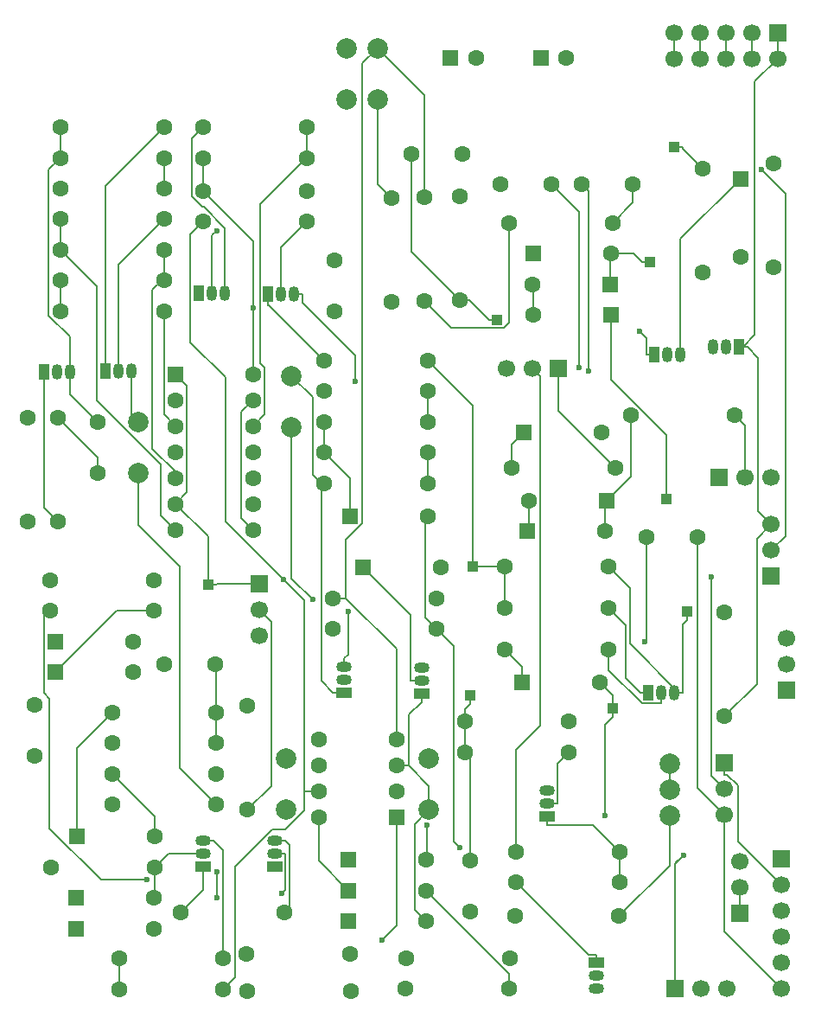
<source format=gbr>
%TF.GenerationSoftware,KiCad,Pcbnew,9.0.5*%
%TF.CreationDate,2025-10-12T14:47:24+02:00*%
%TF.ProjectId,11_fm_drum,31315f66-6d5f-4647-9275-6d2e6b696361,rev?*%
%TF.SameCoordinates,Original*%
%TF.FileFunction,Copper,L1,Top*%
%TF.FilePolarity,Positive*%
%FSLAX46Y46*%
G04 Gerber Fmt 4.6, Leading zero omitted, Abs format (unit mm)*
G04 Created by KiCad (PCBNEW 9.0.5) date 2025-10-12 14:47:24*
%MOMM*%
%LPD*%
G01*
G04 APERTURE LIST*
G04 Aperture macros list*
%AMRoundRect*
0 Rectangle with rounded corners*
0 $1 Rounding radius*
0 $2 $3 $4 $5 $6 $7 $8 $9 X,Y pos of 4 corners*
0 Add a 4 corners polygon primitive as box body*
4,1,4,$2,$3,$4,$5,$6,$7,$8,$9,$2,$3,0*
0 Add four circle primitives for the rounded corners*
1,1,$1+$1,$2,$3*
1,1,$1+$1,$4,$5*
1,1,$1+$1,$6,$7*
1,1,$1+$1,$8,$9*
0 Add four rect primitives between the rounded corners*
20,1,$1+$1,$2,$3,$4,$5,0*
20,1,$1+$1,$4,$5,$6,$7,0*
20,1,$1+$1,$6,$7,$8,$9,0*
20,1,$1+$1,$8,$9,$2,$3,0*%
G04 Aperture macros list end*
%TA.AperFunction,ComponentPad*%
%ADD10C,1.600000*%
%TD*%
%TA.AperFunction,ComponentPad*%
%ADD11O,1.500000X1.050000*%
%TD*%
%TA.AperFunction,ComponentPad*%
%ADD12R,1.500000X1.050000*%
%TD*%
%TA.AperFunction,ComponentPad*%
%ADD13RoundRect,0.250000X-0.550000X-0.550000X0.550000X-0.550000X0.550000X0.550000X-0.550000X0.550000X0*%
%TD*%
%TA.AperFunction,ComponentPad*%
%ADD14C,1.700000*%
%TD*%
%TA.AperFunction,ComponentPad*%
%ADD15R,1.700000X1.700000*%
%TD*%
%TA.AperFunction,SMDPad,CuDef*%
%ADD16R,1.000000X1.000000*%
%TD*%
%TA.AperFunction,ComponentPad*%
%ADD17O,1.050000X1.500000*%
%TD*%
%TA.AperFunction,ComponentPad*%
%ADD18R,1.050000X1.500000*%
%TD*%
%TA.AperFunction,ComponentPad*%
%ADD19C,2.000000*%
%TD*%
%TA.AperFunction,ComponentPad*%
%ADD20RoundRect,0.250000X0.550000X0.550000X-0.550000X0.550000X-0.550000X-0.550000X0.550000X-0.550000X0*%
%TD*%
%TA.AperFunction,ComponentPad*%
%ADD21RoundRect,0.250000X-0.550000X0.550000X-0.550000X-0.550000X0.550000X-0.550000X0.550000X0.550000X0*%
%TD*%
%TA.AperFunction,ViaPad*%
%ADD22C,0.600000*%
%TD*%
%TA.AperFunction,Conductor*%
%ADD23C,0.200000*%
%TD*%
G04 APERTURE END LIST*
D10*
%TO.P,C14,1*%
%TO.N,Net-(Q9-B)*%
X177040000Y-38360000D03*
%TO.P,C14,2*%
%TO.N,Net-(C12-Pad1)*%
X182040000Y-38360000D03*
%TD*%
%TO.P,C12,1*%
%TO.N,Net-(C12-Pad1)*%
X165350000Y-35360000D03*
%TO.P,C12,2*%
%TO.N,Net-(Q7-C)*%
X160350000Y-35360000D03*
%TD*%
D11*
%TO.P,Q1,3,E*%
%TO.N,Net-(Q1-E)*%
X139918000Y-102616000D03*
%TO.P,Q1,2,B*%
%TO.N,Net-(D3-A)*%
X139918000Y-103886000D03*
D12*
%TO.P,Q1,1,C*%
%TO.N,GND*%
X139918000Y-105156000D03*
%TD*%
D10*
%TO.P,C2,2*%
%TO.N,GND*%
X166678600Y-26000000D03*
D13*
%TO.P,C2,1*%
%TO.N,+12V*%
X164178600Y-26000000D03*
%TD*%
D10*
%TO.P,R29,2*%
%TO.N,Net-(U2B-+)*%
X136080000Y-47750000D03*
%TO.P,R29,1*%
%TO.N,GND*%
X125920000Y-47750000D03*
%TD*%
%TO.P,C1,1*%
%TO.N,gate in*%
X123412000Y-94290000D03*
%TO.P,C1,2*%
%TO.N,Net-(D2-K)*%
X123412000Y-89290000D03*
%TD*%
%TO.P,R21,2*%
%TO.N,Net-(Q7-B)*%
X195800000Y-46445000D03*
%TO.P,R21,1*%
%TO.N,Net-(D13-A)*%
X195800000Y-36285000D03*
%TD*%
%TO.P,R41,2*%
%TO.N,Net-(U2C-+)*%
X161925000Y-67595000D03*
%TO.P,R41,1*%
%TO.N,GND*%
X151765000Y-67595000D03*
%TD*%
D14*
%TO.P,RV1,3,3*%
%TO.N,GND*%
X191008000Y-100076000D03*
%TO.P,RV1,2,2*%
%TO.N,Net-(D7-A)*%
X191008000Y-97536000D03*
D15*
%TO.P,RV1,1,1*%
%TO.N,tune cv*%
X191008000Y-94996000D03*
%TD*%
D11*
%TO.P,Q13,3,E*%
%TO.N,Net-(Q13-E)*%
X178456000Y-117094000D03*
%TO.P,Q13,2,B*%
%TO.N,Net-(D17-A)*%
X178456000Y-115824000D03*
D12*
%TO.P,Q13,1,C*%
%TO.N,GND*%
X178456000Y-114554000D03*
%TD*%
D16*
%TO.P,TP4,1,1*%
%TO.N,triangle 2*%
X166306700Y-75718100D03*
%TD*%
D13*
%TO.P,D1,1,K*%
%TO.N,Net-(D1-K)*%
X125476000Y-83106000D03*
D10*
%TO.P,D1,2,A*%
%TO.N,Net-(D1-A)*%
X133096000Y-83106000D03*
%TD*%
%TO.P,R33,2*%
%TO.N,tune 2*%
X144272000Y-89408000D03*
%TO.P,R33,1*%
%TO.N,Net-(SW1-B)*%
X144272000Y-99568000D03*
%TD*%
%TO.P,R50,2*%
%TO.N,square 2*%
X139920000Y-35750000D03*
%TO.P,R50,1*%
%TO.N,Net-(U2D-+)*%
X150080000Y-35750000D03*
%TD*%
D17*
%TO.P,Q6,3,E*%
%TO.N,GND*%
X132875000Y-56610000D03*
%TO.P,Q6,2,B*%
%TO.N,Net-(Q6-B)*%
X131605000Y-56610000D03*
D18*
%TO.P,Q6,1,C*%
%TO.N,Net-(Q6-C)*%
X130335000Y-56610000D03*
%TD*%
D14*
%TO.P,RV7,3,3*%
%TO.N,Net-(R49-Pad2)*%
X191262000Y-117094000D03*
%TO.P,RV7,2,2*%
X188722000Y-117094000D03*
D15*
%TO.P,RV7,1,1*%
%TO.N,Net-(D16-K)*%
X186182000Y-117094000D03*
%TD*%
D10*
%TO.P,D4,2,A*%
%TO.N,GND*%
X135122000Y-111188000D03*
D13*
%TO.P,D4,1,K*%
%TO.N,Net-(D3-A)*%
X127502000Y-111188000D03*
%TD*%
D10*
%TO.P,C17,2*%
%TO.N,Net-(Q11-E)*%
X152830000Y-45750000D03*
%TO.P,C17,1*%
%TO.N,triangle 2*%
X152830000Y-50750000D03*
%TD*%
%TO.P,R6,2*%
%TO.N,Net-(D3-A)*%
X135202000Y-105188000D03*
%TO.P,R6,1*%
%TO.N,accent cv*%
X125042000Y-105188000D03*
%TD*%
D17*
%TO.P,Q11,3,E*%
%TO.N,Net-(Q11-E)*%
X148850000Y-49110000D03*
%TO.P,Q11,2,B*%
%TO.N,Net-(Q11-B)*%
X147580000Y-49110000D03*
D18*
%TO.P,Q11,1,C*%
%TO.N,Net-(Q11-C)*%
X146310000Y-49110000D03*
%TD*%
D19*
%TO.P,C8,2*%
%TO.N,-12V*%
X148595000Y-62095000D03*
%TO.P,C8,1*%
%TO.N,GND*%
X148595000Y-57095000D03*
%TD*%
D10*
%TO.P,R10,2*%
%TO.N,Net-(Q2-B)*%
X131726000Y-114140000D03*
%TO.P,R10,1*%
%TO.N,Net-(Q1-E)*%
X141886000Y-114140000D03*
%TD*%
%TO.P,C4,2*%
%TO.N,GND*%
X141149200Y-85321000D03*
%TO.P,C4,1*%
%TO.N,Net-(D1-K)*%
X136149200Y-85321000D03*
%TD*%
%TO.P,R7,2*%
%TO.N,Net-(R7-Pad2)*%
X192024000Y-60960000D03*
%TO.P,R7,1*%
%TO.N,GND*%
X181864000Y-60960000D03*
%TD*%
%TO.P,R44,2*%
%TO.N,square 2*%
X139920000Y-39000000D03*
%TO.P,R44,1*%
%TO.N,Net-(Q10-B)*%
X150080000Y-39000000D03*
%TD*%
D16*
%TO.P,TP9,1,1*%
%TO.N,Net-(Q7-C)*%
X168750600Y-51593900D03*
%TD*%
D19*
%TO.P,C10,2*%
%TO.N,-12V*%
X162052000Y-94528000D03*
%TO.P,C10,1*%
%TO.N,GND*%
X162052000Y-99528000D03*
%TD*%
D10*
%TO.P,R22,2*%
%TO.N,Net-(Q8-E)*%
X125920000Y-32750000D03*
%TO.P,R22,1*%
%TO.N,Net-(Q6-C)*%
X136080000Y-32750000D03*
%TD*%
%TO.P,R37,2*%
%TO.N,Net-(Q12-C)*%
X180768000Y-103662000D03*
%TO.P,R37,1*%
%TO.N,Net-(SW2-B)*%
X170608000Y-103662000D03*
%TD*%
%TO.P,R3,1*%
%TO.N,trigger*%
X135096000Y-77106000D03*
%TO.P,R3,2*%
%TO.N,Net-(D1-A)*%
X124936000Y-77106000D03*
%TD*%
%TO.P,C11,2*%
%TO.N,GND*%
X188355000Y-72860000D03*
%TO.P,C11,1*%
%TO.N,Net-(D6-K)*%
X183355000Y-72860000D03*
%TD*%
%TO.P,R18,2*%
%TO.N,tune 2*%
X162765000Y-81840000D03*
%TO.P,R18,1*%
%TO.N,Net-(R18-Pad1)*%
X152605000Y-81840000D03*
%TD*%
%TO.P,C15,2*%
%TO.N,Net-(Q9-E)*%
X174040000Y-38360000D03*
%TO.P,C15,1*%
%TO.N,Net-(C15-Pad1)*%
X169040000Y-38360000D03*
%TD*%
D16*
%TO.P,TP7,1,1*%
%TO.N,Net-(D16-K)*%
X166116000Y-88392000D03*
%TD*%
D10*
%TO.P,R42,2*%
%TO.N,Net-(Q12-B)*%
X175768000Y-93932000D03*
%TO.P,R42,1*%
%TO.N,Net-(D16-K)*%
X165608000Y-93932000D03*
%TD*%
%TO.P,R34,2*%
%TO.N,pulse*%
X188850000Y-46940000D03*
%TO.P,R34,1*%
%TO.N,Net-(C15-Pad1)*%
X188850000Y-36780000D03*
%TD*%
%TO.P,R39,2*%
%TO.N,Net-(Q11-B)*%
X150080000Y-42000000D03*
%TO.P,R39,1*%
%TO.N,trigger*%
X139920000Y-42000000D03*
%TD*%
%TO.P,R43,2*%
%TO.N,Net-(D17-A)*%
X169926000Y-117094000D03*
%TO.P,R43,1*%
%TO.N,decay cv*%
X159766000Y-117094000D03*
%TD*%
%TO.P,C3,2*%
%TO.N,-12V*%
X175500000Y-26000000D03*
D13*
%TO.P,C3,1*%
%TO.N,GND*%
X173000000Y-26000000D03*
%TD*%
D10*
%TO.P,D2,2,A*%
%TO.N,GND*%
X135202000Y-102188000D03*
D13*
%TO.P,D2,1,K*%
%TO.N,Net-(D2-K)*%
X127582000Y-102188000D03*
%TD*%
D10*
%TO.P,D7,2,A*%
%TO.N,Net-(D7-A)*%
X163225000Y-75840000D03*
D13*
%TO.P,D7,1,K*%
%TO.N,Net-(D7-K)*%
X155605000Y-75840000D03*
%TD*%
D10*
%TO.P,R4,2*%
%TO.N,Net-(D2-K)*%
X131064000Y-90060000D03*
%TO.P,R4,1*%
%TO.N,GND*%
X141224000Y-90060000D03*
%TD*%
%TO.P,R13,2*%
%TO.N,Net-(Q4-C)*%
X179605000Y-79810000D03*
%TO.P,R13,1*%
%TO.N,triangle 2*%
X169445000Y-79810000D03*
%TD*%
%TO.P,R31,2*%
%TO.N,Net-(Q9-E)*%
X161600000Y-49770000D03*
%TO.P,R31,1*%
%TO.N,-12V*%
X161600000Y-39610000D03*
%TD*%
%TO.P,R52,2*%
%TO.N,out*%
X154352000Y-113696000D03*
%TO.P,R52,1*%
%TO.N,Net-(R48-Pad2)*%
X144192000Y-113696000D03*
%TD*%
D14*
%TO.P,SW2,3,C*%
%TO.N,pulse*%
X169672000Y-56388000D03*
%TO.P,SW2,2,B*%
%TO.N,Net-(SW2-B)*%
X172212000Y-56388000D03*
D15*
%TO.P,SW2,1,A*%
%TO.N,sine*%
X174752000Y-56388000D03*
%TD*%
D10*
%TO.P,D3,2,A*%
%TO.N,Net-(D3-A)*%
X135122000Y-108188000D03*
D13*
%TO.P,D3,1,K*%
%TO.N,+12V*%
X127502000Y-108188000D03*
%TD*%
D10*
%TO.P,R11,2*%
%TO.N,accented trigger*%
X147902000Y-109616000D03*
%TO.P,R11,1*%
%TO.N,GND*%
X137742000Y-109616000D03*
%TD*%
D19*
%TO.P,C9,2*%
%TO.N,GND*%
X148052000Y-94528000D03*
%TO.P,C9,1*%
%TO.N,+12V*%
X148052000Y-99528000D03*
%TD*%
D10*
%TO.P,R28,2*%
%TO.N,Net-(C12-Pad1)*%
X180040000Y-42110000D03*
%TO.P,R28,1*%
%TO.N,Net-(Q9-E)*%
X169880000Y-42110000D03*
%TD*%
%TO.P,R9,1*%
%TO.N,Net-(D5-K)*%
X135096000Y-80106000D03*
%TO.P,R9,2*%
%TO.N,Net-(R9-Pad2)*%
X124936000Y-80106000D03*
%TD*%
D11*
%TO.P,Q12,3,E*%
%TO.N,Net-(Q12-E)*%
X173608000Y-97662000D03*
%TO.P,Q12,2,B*%
%TO.N,Net-(Q12-B)*%
X173608000Y-98932000D03*
D12*
%TO.P,Q12,1,C*%
%TO.N,Net-(Q12-C)*%
X173608000Y-100202000D03*
%TD*%
D10*
%TO.P,D15,2,A*%
%TO.N,tune 2*%
X161905000Y-70845000D03*
D13*
%TO.P,D15,1,K*%
%TO.N,Net-(D15-K)*%
X154285000Y-70845000D03*
%TD*%
D17*
%TO.P,Q7,3,E*%
%TO.N,Net-(D11-K)*%
X186690000Y-54970000D03*
%TO.P,Q7,2,B*%
%TO.N,Net-(Q7-B)*%
X185420000Y-54970000D03*
D18*
%TO.P,Q7,1,C*%
%TO.N,Net-(Q7-C)*%
X184150000Y-54970000D03*
%TD*%
D10*
%TO.P,R5,2*%
%TO.N,+12V*%
X141224000Y-99060000D03*
%TO.P,R5,1*%
%TO.N,Net-(U1B--)*%
X131064000Y-99060000D03*
%TD*%
%TO.P,D6,2,A*%
%TO.N,accented trigger*%
X178775000Y-87060000D03*
D13*
%TO.P,D6,1,K*%
%TO.N,Net-(D6-K)*%
X171155000Y-87060000D03*
%TD*%
D10*
%TO.P,R49,2*%
%TO.N,Net-(R49-Pad2)*%
X170006000Y-114094000D03*
%TO.P,R49,1*%
%TO.N,Net-(Q13-E)*%
X159846000Y-114094000D03*
%TD*%
%TO.P,D16,2,A*%
%TO.N,accented trigger*%
X161801000Y-104486000D03*
D13*
%TO.P,D16,1,K*%
%TO.N,Net-(D16-K)*%
X154181000Y-104486000D03*
%TD*%
D10*
%TO.P,R48,2*%
%TO.N,Net-(R48-Pad2)*%
X170528000Y-109932000D03*
%TO.P,R48,1*%
%TO.N,Net-(Q12-E)*%
X180688000Y-109932000D03*
%TD*%
%TO.P,R32,2*%
%TO.N,square 1*%
X125920000Y-44750000D03*
%TO.P,R32,1*%
%TO.N,Net-(U2B-+)*%
X136080000Y-44750000D03*
%TD*%
%TO.P,R30,2*%
%TO.N,Net-(Q9-B)*%
X158350000Y-49860000D03*
%TO.P,R30,1*%
%TO.N,GND*%
X158350000Y-39700000D03*
%TD*%
%TO.P,D10,2,A*%
%TO.N,GND*%
X179335000Y-72310000D03*
D13*
%TO.P,D10,1,K*%
%TO.N,sine*%
X171715000Y-72310000D03*
%TD*%
D10*
%TO.P,R2,2*%
%TO.N,Net-(U1B--)*%
X141224000Y-96060000D03*
%TO.P,R2,1*%
%TO.N,GND*%
X131064000Y-96060000D03*
%TD*%
%TO.P,D18,2,A*%
%TO.N,GND*%
X161801000Y-110486000D03*
D13*
%TO.P,D18,1,K*%
%TO.N,Net-(D17-A)*%
X154181000Y-110486000D03*
%TD*%
D16*
%TO.P,TP8,1,1*%
%TO.N,square 2*%
X185335000Y-69180000D03*
%TD*%
D10*
%TO.P,R17,2*%
%TO.N,Net-(R17-Pad2)*%
X191008000Y-80264000D03*
%TO.P,R17,1*%
%TO.N,+12V*%
X191008000Y-90424000D03*
%TD*%
%TO.P,R35,2*%
%TO.N,Net-(Q11-E)*%
X161925000Y-61595000D03*
%TO.P,R35,1*%
%TO.N,Net-(D15-K)*%
X151765000Y-61595000D03*
%TD*%
%TO.P,D9,2,A*%
%TO.N,sine*%
X171835000Y-69310000D03*
D20*
%TO.P,D9,1,K*%
%TO.N,GND*%
X179455000Y-69310000D03*
%TD*%
D16*
%TO.P,TP10,1,1*%
%TO.N,accented trigger*%
X180090100Y-89659300D03*
%TD*%
D14*
%TO.P,RV2,3,3*%
%TO.N,tune 2*%
X192532000Y-104648000D03*
%TO.P,RV2,2,2*%
%TO.N,Net-(R9-Pad2)*%
X192532000Y-107188000D03*
D15*
%TO.P,RV2,1,1*%
X192532000Y-109728000D03*
%TD*%
D13*
%TO.P,D5,1,K*%
%TO.N,Net-(D5-K)*%
X125476000Y-86106000D03*
D10*
%TO.P,D5,2,A*%
%TO.N,Net-(D1-K)*%
X133096000Y-86106000D03*
%TD*%
D11*
%TO.P,Q5,3,E*%
%TO.N,Net-(Q5-E)*%
X161335000Y-85640000D03*
%TO.P,Q5,2,B*%
%TO.N,Net-(D7-K)*%
X161335000Y-86910000D03*
D12*
%TO.P,Q5,1,C*%
%TO.N,GND*%
X161335000Y-88180000D03*
%TD*%
D10*
%TO.P,R1,2*%
%TO.N,gate in*%
X131064000Y-93060000D03*
%TO.P,R1,1*%
%TO.N,GND*%
X141224000Y-93060000D03*
%TD*%
D11*
%TO.P,Q2,3,E*%
%TO.N,accented trigger*%
X146918000Y-102616000D03*
%TO.P,Q2,2,B*%
%TO.N,Net-(Q2-B)*%
X146918000Y-103886000D03*
D12*
%TO.P,Q2,1,C*%
%TO.N,+12V*%
X146918000Y-105156000D03*
%TD*%
D17*
%TO.P,Q9,3,E*%
%TO.N,Net-(Q9-E)*%
X189865000Y-54250000D03*
%TO.P,Q9,2,B*%
%TO.N,Net-(Q9-B)*%
X191135000Y-54250000D03*
D18*
%TO.P,Q9,1,C*%
%TO.N,+12V*%
X192405000Y-54250000D03*
%TD*%
D10*
%TO.P,R47,2*%
%TO.N,Net-(U2D-+)*%
X150080000Y-32750000D03*
%TO.P,R47,1*%
%TO.N,GND*%
X139920000Y-32750000D03*
%TD*%
%TO.P,R23,2*%
%TO.N,Net-(Q8-B)*%
X122730000Y-61214000D03*
%TO.P,R23,1*%
%TO.N,trigger*%
X122730000Y-71374000D03*
%TD*%
%TO.P,R8,2*%
%TO.N,Net-(Q2-B)*%
X131726000Y-117140000D03*
%TO.P,R8,1*%
%TO.N,trigger*%
X141886000Y-117140000D03*
%TD*%
D14*
%TO.P,RV3,3,3*%
%TO.N,Net-(R7-Pad2)*%
X195580000Y-67056000D03*
%TO.P,RV3,2,2*%
X193040000Y-67056000D03*
D15*
%TO.P,RV3,1,1*%
%TO.N,Net-(D1-K)*%
X190500000Y-67056000D03*
%TD*%
D14*
%TO.P,RV4,3,3*%
%TO.N,+12V*%
X195580000Y-71628000D03*
%TO.P,RV4,2,2*%
%TO.N,tune 1*%
X195580000Y-74168000D03*
D15*
%TO.P,RV4,1,1*%
%TO.N,Net-(Q3-E)*%
X195580000Y-76708000D03*
%TD*%
D10*
%TO.P,C13,2*%
%TO.N,Net-(Q8-E)*%
X129605000Y-61610000D03*
%TO.P,C13,1*%
%TO.N,Net-(SW1-A)*%
X129605000Y-66610000D03*
%TD*%
%TO.P,R20,2*%
%TO.N,Net-(U2A-+)*%
X125920000Y-38750000D03*
%TO.P,R20,1*%
%TO.N,tune 1*%
X136080000Y-38750000D03*
%TD*%
D16*
%TO.P,TP5,1,1*%
%TO.N,sine*%
X187335000Y-80180000D03*
%TD*%
D10*
%TO.P,C16,2*%
%TO.N,GND*%
X166119000Y-109526000D03*
%TO.P,C16,1*%
%TO.N,Net-(D16-K)*%
X166119000Y-104526000D03*
%TD*%
D11*
%TO.P,Q3,3,E*%
%TO.N,Net-(Q3-E)*%
X153715000Y-85590000D03*
%TO.P,Q3,2,B*%
%TO.N,Net-(D7-K)*%
X153715000Y-86860000D03*
D12*
%TO.P,Q3,1,C*%
%TO.N,GND*%
X153715000Y-88130000D03*
%TD*%
D10*
%TO.P,U2,14*%
%TO.N,square 2*%
X144855000Y-56910000D03*
%TO.P,U2,13,-*%
%TO.N,triangle 2*%
X144855000Y-59450000D03*
%TO.P,U2,12,+*%
%TO.N,Net-(U2D-+)*%
X144855000Y-61990000D03*
%TO.P,U2,11,V-*%
%TO.N,-12V*%
X144855000Y-64530000D03*
%TO.P,U2,10,+*%
%TO.N,Net-(U2C-+)*%
X144855000Y-67070000D03*
%TO.P,U2,9,-*%
%TO.N,Net-(Q11-E)*%
X144855000Y-69610000D03*
%TO.P,U2,8*%
%TO.N,triangle 2*%
X144855000Y-72150000D03*
%TO.P,U2,7*%
%TO.N,square 1*%
X137235000Y-72150000D03*
%TO.P,U2,6,-*%
%TO.N,Net-(SW1-A)*%
X137235000Y-69610000D03*
%TO.P,U2,5,+*%
%TO.N,Net-(U2B-+)*%
X137235000Y-67070000D03*
%TO.P,U2,4,V+*%
%TO.N,+12V*%
X137235000Y-64530000D03*
%TO.P,U2,3,+*%
%TO.N,Net-(U2A-+)*%
X137235000Y-61990000D03*
%TO.P,U2,2,-*%
%TO.N,Net-(Q8-E)*%
X137235000Y-59450000D03*
D13*
%TO.P,U2,1*%
%TO.N,Net-(SW1-A)*%
X137235000Y-56910000D03*
%TD*%
D10*
%TO.P,R27,2*%
%TO.N,Net-(SW1-A)*%
X125730000Y-61214000D03*
%TO.P,R27,1*%
%TO.N,Net-(Q8-C)*%
X125730000Y-71374000D03*
%TD*%
%TO.P,R25,2*%
%TO.N,Net-(Q7-C)*%
X165100000Y-49690000D03*
%TO.P,R25,1*%
%TO.N,-12V*%
X165100000Y-39530000D03*
%TD*%
D17*
%TO.P,Q8,3,E*%
%TO.N,Net-(Q8-E)*%
X126855000Y-56720000D03*
%TO.P,Q8,2,B*%
%TO.N,Net-(Q8-B)*%
X125585000Y-56720000D03*
D18*
%TO.P,Q8,1,C*%
%TO.N,Net-(Q8-C)*%
X124315000Y-56720000D03*
%TD*%
D10*
%TO.P,R26,2*%
%TO.N,square 1*%
X125920000Y-41750000D03*
%TO.P,R26,1*%
%TO.N,Net-(Q6-B)*%
X136080000Y-41750000D03*
%TD*%
%TO.P,U1,8,V+*%
%TO.N,+12V*%
X151242000Y-100338000D03*
%TO.P,U1,7*%
%TO.N,trigger*%
X151242000Y-97798000D03*
%TO.P,U1,6,-*%
%TO.N,Net-(U1B--)*%
X151242000Y-95258000D03*
%TO.P,U1,5,+*%
%TO.N,Net-(D2-K)*%
X151242000Y-92718000D03*
%TO.P,U1,4,V-*%
%TO.N,-12V*%
X158862000Y-92718000D03*
%TO.P,U1,3,+*%
%TO.N,GND*%
X158862000Y-95258000D03*
%TO.P,U1,2,-*%
%TO.N,Net-(Q12-E)*%
X158862000Y-97798000D03*
D20*
%TO.P,U1,1*%
%TO.N,Net-(R48-Pad2)*%
X158862000Y-100338000D03*
%TD*%
D10*
%TO.P,R12,2*%
%TO.N,sine*%
X179605000Y-75760000D03*
%TO.P,R12,1*%
%TO.N,triangle 2*%
X169445000Y-75760000D03*
%TD*%
D19*
%TO.P,C5,2*%
%TO.N,GND*%
X154000000Y-30000000D03*
%TO.P,C5,1*%
%TO.N,+12V*%
X154000000Y-25000000D03*
%TD*%
D10*
%TO.P,R15,2*%
%TO.N,Net-(D7-K)*%
X162765000Y-78840000D03*
%TO.P,R15,1*%
%TO.N,-12V*%
X152605000Y-78840000D03*
%TD*%
%TO.P,D11,2,A*%
%TO.N,square 1*%
X179850000Y-45110000D03*
D13*
%TO.P,D11,1,K*%
%TO.N,Net-(D11-K)*%
X172230000Y-45110000D03*
%TD*%
D14*
%TO.P,RV5,3,3*%
%TO.N,Net-(R17-Pad2)*%
X197104000Y-82804000D03*
%TO.P,RV5,2,2*%
%TO.N,Net-(R18-Pad1)*%
X197104000Y-85344000D03*
D15*
%TO.P,RV5,1,1*%
%TO.N,Net-(Q5-E)*%
X197104000Y-87884000D03*
%TD*%
D10*
%TO.P,D8,2,A*%
%TO.N,trigger*%
X178915000Y-62610000D03*
D13*
%TO.P,D8,1,K*%
%TO.N,Net-(D8-K)*%
X171295000Y-62610000D03*
%TD*%
D16*
%TO.P,TP3,1,1*%
%TO.N,square 1*%
X183734100Y-45927300D03*
%TD*%
D17*
%TO.P,Q10,3,E*%
%TO.N,GND*%
X142080000Y-49000000D03*
%TO.P,Q10,2,B*%
%TO.N,Net-(Q10-B)*%
X140810000Y-49000000D03*
D18*
%TO.P,Q10,1,C*%
%TO.N,Net-(Q10-C)*%
X139540000Y-49000000D03*
%TD*%
D10*
%TO.P,D13,2,A*%
%TO.N,Net-(D13-A)*%
X172170000Y-48110000D03*
D20*
%TO.P,D13,1,K*%
%TO.N,square 1*%
X179790000Y-48110000D03*
%TD*%
D17*
%TO.P,Q4,3,E*%
%TO.N,sine*%
X186105000Y-88110000D03*
%TO.P,Q4,2,B*%
%TO.N,Net-(Q4-B)*%
X184835000Y-88110000D03*
D18*
%TO.P,Q4,1,C*%
%TO.N,Net-(Q4-C)*%
X183565000Y-88110000D03*
%TD*%
D16*
%TO.P,TP6,1,1*%
%TO.N,Net-(C15-Pad1)*%
X186080000Y-34680000D03*
%TD*%
D14*
%TO.P,J1,10,Pin_10*%
%TO.N,-12V*%
X186055000Y-26035000D03*
%TO.P,J1,9,Pin_9*%
X186055000Y-23495000D03*
%TO.P,J1,8,Pin_8*%
%TO.N,GND*%
X188595000Y-26035000D03*
%TO.P,J1,7,Pin_7*%
X188595000Y-23495000D03*
%TO.P,J1,6,Pin_6*%
X191135000Y-26035000D03*
%TO.P,J1,5,Pin_5*%
X191135000Y-23495000D03*
%TO.P,J1,4,Pin_4*%
X193675000Y-26035000D03*
%TO.P,J1,3,Pin_3*%
X193675000Y-23495000D03*
%TO.P,J1,2,Pin_2*%
%TO.N,+12V*%
X196215000Y-26035000D03*
D15*
%TO.P,J1,1,Pin_1*%
X196215000Y-23495000D03*
%TD*%
D10*
%TO.P,R51,2*%
%TO.N,Net-(R49-Pad2)*%
X154432000Y-117348000D03*
%TO.P,R51,1*%
%TO.N,GND*%
X144272000Y-117348000D03*
%TD*%
%TO.P,R14,2*%
%TO.N,Net-(Q4-B)*%
X179605000Y-83860000D03*
%TO.P,R14,1*%
%TO.N,Net-(D6-K)*%
X169445000Y-83860000D03*
%TD*%
%TO.P,D14,2,A*%
%TO.N,Net-(D13-A)*%
X172290000Y-51110000D03*
D20*
%TO.P,D14,1,K*%
%TO.N,square 2*%
X179910000Y-51110000D03*
%TD*%
D19*
%TO.P,C6,2*%
%TO.N,-12V*%
X157000000Y-25000000D03*
%TO.P,C6,1*%
%TO.N,GND*%
X157000000Y-30000000D03*
%TD*%
D10*
%TO.P,R40,2*%
%TO.N,Net-(Q12-C)*%
X180768000Y-106662000D03*
%TO.P,R40,1*%
%TO.N,GND*%
X170608000Y-106662000D03*
%TD*%
%TO.P,D12,2,A*%
%TO.N,square 2*%
X192550000Y-45425000D03*
D21*
%TO.P,D12,1,K*%
%TO.N,Net-(D11-K)*%
X192550000Y-37805000D03*
%TD*%
D10*
%TO.P,R36,2*%
%TO.N,Net-(U2C-+)*%
X161925000Y-64595000D03*
%TO.P,R36,1*%
%TO.N,Net-(D15-K)*%
X151765000Y-64595000D03*
%TD*%
%TO.P,D17,2,A*%
%TO.N,Net-(D17-A)*%
X161801000Y-107486000D03*
D13*
%TO.P,D17,1,K*%
%TO.N,+12V*%
X154181000Y-107486000D03*
%TD*%
D10*
%TO.P,R24,2*%
%TO.N,Net-(U2A-+)*%
X136080000Y-50750000D03*
%TO.P,R24,1*%
%TO.N,GND*%
X125920000Y-50750000D03*
%TD*%
D14*
%TO.P,J2,6,Pin_6*%
%TO.N,GND*%
X196596000Y-117094000D03*
%TO.P,J2,5,Pin_5*%
%TO.N,out*%
X196596000Y-114554000D03*
%TO.P,J2,4,Pin_4*%
%TO.N,decay cv*%
X196596000Y-112014000D03*
%TO.P,J2,3,Pin_3*%
%TO.N,accent cv*%
X196596000Y-109474000D03*
%TO.P,J2,2,Pin_2*%
%TO.N,tune cv*%
X196596000Y-106934000D03*
D15*
%TO.P,J2,1,Pin_1*%
%TO.N,gate in*%
X196596000Y-104394000D03*
%TD*%
D10*
%TO.P,R38,2*%
%TO.N,Net-(Q11-E)*%
X161925000Y-58595000D03*
%TO.P,R38,1*%
%TO.N,Net-(Q10-C)*%
X151765000Y-58595000D03*
%TD*%
%TO.P,R19,2*%
%TO.N,Net-(Q8-E)*%
X125920000Y-35750000D03*
%TO.P,R19,1*%
%TO.N,tune 1*%
X136080000Y-35750000D03*
%TD*%
D14*
%TO.P,SW1,3,C*%
%TO.N,GND*%
X145415000Y-82550000D03*
%TO.P,SW1,2,B*%
%TO.N,Net-(SW1-B)*%
X145415000Y-80010000D03*
D15*
%TO.P,SW1,1,A*%
%TO.N,Net-(SW1-A)*%
X145415000Y-77470000D03*
%TD*%
D10*
%TO.P,R16,2*%
%TO.N,sine*%
X180275000Y-66060000D03*
%TO.P,R16,1*%
%TO.N,Net-(D8-K)*%
X170115000Y-66060000D03*
%TD*%
%TO.P,R46,2*%
%TO.N,triangle 2*%
X161925000Y-55595000D03*
%TO.P,R46,1*%
%TO.N,Net-(Q11-C)*%
X151765000Y-55595000D03*
%TD*%
D16*
%TO.P,TP2,1,1*%
%TO.N,Net-(SW1-A)*%
X140419800Y-77555900D03*
%TD*%
D10*
%TO.P,R45,2*%
%TO.N,Net-(R45-Pad2)*%
X175768000Y-90932000D03*
%TO.P,R45,1*%
%TO.N,Net-(D16-K)*%
X165608000Y-90932000D03*
%TD*%
D19*
%TO.P,RV6,3,3*%
%TO.N,Net-(R45-Pad2)*%
X185605000Y-95030000D03*
%TO.P,RV6,2,2*%
X185605000Y-97570000D03*
%TO.P,RV6,1,1*%
%TO.N,Net-(Q12-E)*%
X185605000Y-100110000D03*
%TD*%
%TO.P,C7,2*%
%TO.N,GND*%
X133605000Y-61610000D03*
%TO.P,C7,1*%
%TO.N,+12V*%
X133605000Y-66610000D03*
%TD*%
D22*
%TO.N,Net-(R48-Pad2)*%
X157424100Y-112338100D03*
%TO.N,Net-(R9-Pad2)*%
X134458000Y-106426200D03*
%TO.N,tune 1*%
X194579000Y-36907100D03*
%TO.N,Net-(Q11-E)*%
X154832500Y-57643300D03*
%TO.N,Net-(Q10-B)*%
X141295000Y-42855200D03*
%TO.N,Net-(Q9-B)*%
X177650500Y-56584900D03*
%TO.N,Net-(Q7-C)*%
X182673500Y-52711800D03*
%TO.N,Net-(Q3-E)*%
X154112200Y-80125800D03*
%TO.N,Net-(Q2-B)*%
X147644700Y-107747400D03*
%TO.N,accent cv*%
X141239400Y-108191300D03*
X141239400Y-105623600D03*
%TO.N,square 2*%
X144855000Y-50390300D03*
%TO.N,Net-(D6-K)*%
X183192600Y-83074500D03*
%TO.N,trigger*%
X147775000Y-76980600D03*
%TO.N,accented trigger*%
X179273200Y-100163600D03*
X161818800Y-101082100D03*
%TO.N,tune 2*%
X165063300Y-103247500D03*
%TO.N,Net-(D7-A)*%
X189704400Y-76789200D03*
%TO.N,-12V*%
X150644300Y-78944800D03*
%TO.N,Net-(D16-K)*%
X186962100Y-104011400D03*
%TO.N,Net-(Q9-E)*%
X176737700Y-56297700D03*
%TD*%
D23*
%TO.N,Net-(R48-Pad2)*%
X158862000Y-110900200D02*
X157424100Y-112338100D01*
X158862000Y-100338000D02*
X158862000Y-110900200D01*
%TO.N,Net-(U2D-+)*%
X150080000Y-35750000D02*
X150080000Y-34250000D01*
X150080000Y-34250000D02*
X150080000Y-32750000D01*
X145970500Y-60874500D02*
X144855000Y-61990000D01*
X145970500Y-56309200D02*
X145970500Y-60874500D01*
X145483300Y-55822000D02*
X145970500Y-56309200D01*
X145483300Y-40312100D02*
X145483300Y-55822000D01*
X150080000Y-35715400D02*
X145483300Y-40312100D01*
X150080000Y-34250000D02*
X150080000Y-35715400D01*
%TO.N,Net-(R45-Pad2)*%
X185605000Y-97570000D02*
X185605000Y-95030000D01*
%TO.N,Net-(U2C-+)*%
X161925000Y-64595000D02*
X161925000Y-67595000D01*
%TO.N,Net-(U2B-+)*%
X136080000Y-47750000D02*
X136080000Y-46250000D01*
X136080000Y-46250000D02*
X136080000Y-44750000D01*
X137235000Y-66470300D02*
X137235000Y-67070000D01*
X134970700Y-64206000D02*
X137235000Y-66470300D01*
X134970700Y-48625400D02*
X134970700Y-64206000D01*
X136080000Y-47516100D02*
X134970700Y-48625400D01*
X136080000Y-46250000D02*
X136080000Y-47516100D01*
%TO.N,Net-(U2A-+)*%
X136080000Y-60835000D02*
X136080000Y-50750000D01*
X137235000Y-61990000D02*
X136080000Y-60835000D01*
%TO.N,Net-(SW2-B)*%
X172963000Y-57139000D02*
X172212000Y-56388000D01*
X172963000Y-91316200D02*
X172963000Y-57139000D01*
X170608000Y-93671200D02*
X172963000Y-91316200D01*
X170608000Y-103662000D02*
X170608000Y-93671200D01*
%TO.N,Net-(SW1-B)*%
X146584700Y-97255300D02*
X144272000Y-99568000D01*
X146584700Y-81179700D02*
X146584700Y-97255300D01*
X145415000Y-80010000D02*
X146584700Y-81179700D01*
%TO.N,Net-(R9-Pad2)*%
X192532000Y-109728000D02*
X192532000Y-107188000D01*
X129935900Y-106426200D02*
X134458000Y-106426200D01*
X124892100Y-101382400D02*
X129935900Y-106426200D01*
X124892100Y-88680500D02*
X124892100Y-101382400D01*
X124349400Y-88137800D02*
X124892100Y-88680500D01*
X124349400Y-80692600D02*
X124349400Y-88137800D01*
X124936000Y-80106000D02*
X124349400Y-80692600D01*
%TO.N,Net-(R7-Pad2)*%
X193040000Y-61976000D02*
X193040000Y-67056000D01*
X192024000Y-60960000D02*
X193040000Y-61976000D01*
%TO.N,Net-(Q12-C)*%
X180768000Y-106662000D02*
X180768000Y-103662000D01*
X178134700Y-101028700D02*
X180768000Y-103662000D01*
X173608000Y-101028700D02*
X178134700Y-101028700D01*
X173608000Y-100202000D02*
X173608000Y-101028700D01*
%TO.N,tune 1*%
X136080000Y-35750000D02*
X136080000Y-38750000D01*
X196969800Y-72778200D02*
X195580000Y-74168000D01*
X196969800Y-39297900D02*
X196969800Y-72778200D01*
X194579000Y-36907100D02*
X196969800Y-39297900D01*
%TO.N,Net-(Q12-B)*%
X174659700Y-95040300D02*
X175768000Y-93932000D01*
X174659700Y-98932000D02*
X174659700Y-95040300D01*
X173608000Y-98932000D02*
X174659700Y-98932000D01*
%TO.N,Net-(Q12-E)*%
X185605000Y-105015000D02*
X185605000Y-100110000D01*
X180688000Y-109932000D02*
X185605000Y-105015000D01*
%TO.N,Net-(Q11-E)*%
X161925000Y-58595000D02*
X161925000Y-61595000D01*
X154832500Y-55092500D02*
X154832500Y-57643300D01*
X149676700Y-49936700D02*
X154832500Y-55092500D01*
X149676700Y-49110000D02*
X149676700Y-49936700D01*
X148850000Y-49110000D02*
X149676700Y-49110000D01*
%TO.N,Net-(Q10-B)*%
X140810000Y-43340200D02*
X141295000Y-42855200D01*
X140810000Y-49000000D02*
X140810000Y-43340200D01*
%TO.N,Net-(Q11-C)*%
X146331700Y-50161700D02*
X146310000Y-50161700D01*
X151765000Y-55595000D02*
X146331700Y-50161700D01*
X146310000Y-49110000D02*
X146310000Y-50161700D01*
%TO.N,Net-(Q9-B)*%
X177650500Y-38970500D02*
X177040000Y-38360000D01*
X177650500Y-56584900D02*
X177650500Y-38970500D01*
%TO.N,Net-(Q7-C)*%
X160350000Y-44940000D02*
X165100000Y-49690000D01*
X160350000Y-35360000D02*
X160350000Y-44940000D01*
X166045000Y-49690000D02*
X167948900Y-51593900D01*
X165100000Y-49690000D02*
X166045000Y-49690000D01*
X168750600Y-51593900D02*
X167948900Y-51593900D01*
X183323300Y-53361600D02*
X182673500Y-52711800D01*
X183323300Y-54970000D02*
X183323300Y-53361600D01*
X184150000Y-54970000D02*
X183323300Y-54970000D01*
%TO.N,Net-(Q6-C)*%
X130335000Y-38495000D02*
X130335000Y-56610000D01*
X136080000Y-32750000D02*
X130335000Y-38495000D01*
%TO.N,Net-(Q6-B)*%
X131605000Y-46225000D02*
X136080000Y-41750000D01*
X131605000Y-56610000D02*
X131605000Y-46225000D01*
%TO.N,Net-(Q11-B)*%
X147580000Y-44500000D02*
X150080000Y-42000000D01*
X147580000Y-49110000D02*
X147580000Y-44500000D01*
%TO.N,Net-(Q8-C)*%
X124315000Y-69959000D02*
X124315000Y-56720000D01*
X125730000Y-71374000D02*
X124315000Y-69959000D01*
%TO.N,Net-(Q4-C)*%
X181322200Y-86693900D02*
X182738300Y-88110000D01*
X181322200Y-81527200D02*
X181322200Y-86693900D01*
X179605000Y-79810000D02*
X181322200Y-81527200D01*
X183565000Y-88110000D02*
X182738300Y-88110000D01*
%TO.N,Net-(Q4-B)*%
X179605000Y-85869800D02*
X179605000Y-83860000D01*
X182896900Y-89161700D02*
X179605000Y-85869800D01*
X184835000Y-89161700D02*
X182896900Y-89161700D01*
X184835000Y-88110000D02*
X184835000Y-89161700D01*
%TO.N,Net-(Q3-E)*%
X154112200Y-84366100D02*
X153715000Y-84763300D01*
X154112200Y-80125800D02*
X154112200Y-84366100D01*
X153715000Y-85590000D02*
X153715000Y-84763300D01*
%TO.N,Net-(Q2-B)*%
X131726000Y-114140000D02*
X131726000Y-117140000D01*
X146918000Y-103886000D02*
X147969700Y-103886000D01*
X147969700Y-107422400D02*
X147969700Y-103886000D01*
X147644700Y-107747400D02*
X147969700Y-107422400D01*
%TO.N,Net-(D17-A)*%
X169926000Y-115611000D02*
X161801000Y-107486000D01*
X169926000Y-117094000D02*
X169926000Y-115611000D01*
%TO.N,tune cv*%
X191008000Y-94996000D02*
X191008000Y-96147700D01*
X191263500Y-96147700D02*
X191008000Y-96147700D01*
X192326000Y-97210200D02*
X191263500Y-96147700D01*
X192326000Y-102664000D02*
X192326000Y-97210200D01*
X196596000Y-106934000D02*
X192326000Y-102664000D01*
%TO.N,accent cv*%
X141239400Y-108191300D02*
X141239400Y-105623600D01*
%TO.N,Net-(D15-K)*%
X151765000Y-61595000D02*
X151765000Y-63095000D01*
X151765000Y-63095000D02*
X151765000Y-64595000D01*
X154285000Y-67071200D02*
X154285000Y-70845000D01*
X151765000Y-64551200D02*
X154285000Y-67071200D01*
X151765000Y-63095000D02*
X151765000Y-64551200D01*
%TO.N,Net-(D13-A)*%
X172290000Y-48230000D02*
X172170000Y-48110000D01*
X172290000Y-51110000D02*
X172290000Y-48230000D01*
%TO.N,Net-(D8-K)*%
X170115000Y-63790000D02*
X170115000Y-66060000D01*
X171295000Y-62610000D02*
X170115000Y-63790000D01*
%TO.N,square 2*%
X179910000Y-57444700D02*
X179910000Y-51110000D01*
X185335000Y-62869700D02*
X179910000Y-57444700D01*
X185335000Y-69180000D02*
X185335000Y-62869700D01*
X139920000Y-39000000D02*
X139920000Y-35750000D01*
X144855000Y-56910000D02*
X144855000Y-50390300D01*
X144855000Y-43935000D02*
X139920000Y-39000000D01*
X144855000Y-50390300D02*
X144855000Y-43935000D01*
%TO.N,square 1*%
X179790000Y-45170000D02*
X179790000Y-48110000D01*
X179850000Y-45110000D02*
X179790000Y-45170000D01*
X125920000Y-41750000D02*
X125920000Y-44750000D01*
X182115100Y-45110000D02*
X182932400Y-45927300D01*
X179850000Y-45110000D02*
X182115100Y-45110000D01*
X183734100Y-45927300D02*
X182932400Y-45927300D01*
X135795200Y-70710200D02*
X137235000Y-72150000D01*
X135795200Y-65783000D02*
X135795200Y-70710200D01*
X129508300Y-59496100D02*
X135795200Y-65783000D01*
X129508300Y-48338300D02*
X129508300Y-59496100D01*
X125920000Y-44750000D02*
X129508300Y-48338300D01*
%TO.N,Net-(D7-K)*%
X160283300Y-80518300D02*
X155605000Y-75840000D01*
X160283300Y-86910000D02*
X160283300Y-80518300D01*
X161335000Y-86910000D02*
X160283300Y-86910000D01*
%TO.N,Net-(D6-K)*%
X171155000Y-85570000D02*
X171155000Y-87060000D01*
X169445000Y-83860000D02*
X171155000Y-85570000D01*
X183355000Y-82912100D02*
X183355000Y-72860000D01*
X183192600Y-83074500D02*
X183355000Y-82912100D01*
%TO.N,trigger*%
X149802100Y-99642200D02*
X149802100Y-97798000D01*
X147993700Y-101450600D02*
X149802100Y-99642200D01*
X146677700Y-101450600D02*
X147993700Y-101450600D01*
X143038900Y-105089400D02*
X146677700Y-101450600D01*
X143038900Y-115987100D02*
X143038900Y-105089400D01*
X141886000Y-117140000D02*
X143038900Y-115987100D01*
X149802100Y-97798000D02*
X151242000Y-97798000D01*
X142111000Y-71316600D02*
X147775000Y-76980600D01*
X142111000Y-57216200D02*
X142111000Y-71316600D01*
X138678600Y-53783800D02*
X142111000Y-57216200D01*
X138678600Y-43241400D02*
X138678600Y-53783800D01*
X139920000Y-42000000D02*
X138678600Y-43241400D01*
X149802100Y-79007700D02*
X149802100Y-97798000D01*
X147775000Y-76980600D02*
X149802100Y-79007700D01*
%TO.N,accented trigger*%
X180090100Y-88375100D02*
X180090100Y-89659300D01*
X178775000Y-87060000D02*
X180090100Y-88375100D01*
X146918000Y-102616000D02*
X147969700Y-102616000D01*
X180090100Y-89659300D02*
X180090100Y-90461000D01*
X179273200Y-91277900D02*
X180090100Y-90461000D01*
X179273200Y-100163600D02*
X179273200Y-91277900D01*
X161818800Y-104468200D02*
X161818800Y-101082100D01*
X161801000Y-104486000D02*
X161818800Y-104468200D01*
X148371400Y-103017700D02*
X147969700Y-102616000D01*
X148371400Y-109146600D02*
X148371400Y-103017700D01*
X147902000Y-109616000D02*
X148371400Y-109146600D01*
%TO.N,sine*%
X171835000Y-72190000D02*
X171835000Y-69310000D01*
X171715000Y-72310000D02*
X171835000Y-72190000D01*
X174752000Y-60537000D02*
X180275000Y-66060000D01*
X174752000Y-56388000D02*
X174752000Y-60537000D01*
X186931700Y-81385000D02*
X187335000Y-80981700D01*
X186931700Y-88110000D02*
X186931700Y-81385000D01*
X187335000Y-80180000D02*
X187335000Y-80981700D01*
X186105000Y-88110000D02*
X186518400Y-88110000D01*
X186518400Y-88110000D02*
X186931700Y-88110000D01*
X181723900Y-77878900D02*
X179605000Y-75760000D01*
X181723900Y-83315500D02*
X181723900Y-77878900D01*
X186518400Y-88110000D02*
X181723900Y-83315500D01*
%TO.N,tune 2*%
X161645000Y-80720000D02*
X162765000Y-81840000D01*
X161645000Y-71105000D02*
X161645000Y-80720000D01*
X161905000Y-70845000D02*
X161645000Y-71105000D01*
X164490400Y-83565400D02*
X162765000Y-81840000D01*
X164490400Y-102674600D02*
X164490400Y-83565400D01*
X165063300Y-103247500D02*
X164490400Y-102674600D01*
%TO.N,Net-(D2-K)*%
X127582000Y-93542000D02*
X127582000Y-102188000D01*
X131064000Y-90060000D02*
X127582000Y-93542000D01*
%TO.N,Net-(D7-A)*%
X189704400Y-96232400D02*
X191008000Y-97536000D01*
X189704400Y-76789200D02*
X189704400Y-96232400D01*
%TO.N,-12V*%
X186055000Y-23495000D02*
X186055000Y-26035000D01*
X161600000Y-29600000D02*
X157000000Y-25000000D01*
X161600000Y-39610000D02*
X161600000Y-29600000D01*
X148595000Y-76895500D02*
X148595000Y-62095000D01*
X150644300Y-78944800D02*
X148595000Y-76895500D01*
X158862000Y-83796100D02*
X153905900Y-78840000D01*
X158862000Y-92718000D02*
X158862000Y-83796100D01*
X153905900Y-78840000D02*
X152605000Y-78840000D01*
X155500100Y-26499900D02*
X157000000Y-25000000D01*
X155500100Y-71511400D02*
X155500100Y-26499900D01*
X153905900Y-73105600D02*
X155500100Y-71511400D01*
X153905900Y-78840000D02*
X153905900Y-73105600D01*
%TO.N,+12V*%
X151242000Y-104547000D02*
X154181000Y-107486000D01*
X151242000Y-100338000D02*
X151242000Y-104547000D01*
X133605000Y-71725300D02*
X133605000Y-66610000D01*
X137652400Y-75772700D02*
X133605000Y-71725300D01*
X137652400Y-95488400D02*
X137652400Y-75772700D01*
X141224000Y-99060000D02*
X137652400Y-95488400D01*
X194310000Y-70358000D02*
X195580000Y-71628000D01*
X194310000Y-55328300D02*
X194310000Y-70358000D01*
X193231700Y-54250000D02*
X194310000Y-55328300D01*
X194190200Y-73017800D02*
X195580000Y-71628000D01*
X194190200Y-87241800D02*
X194190200Y-73017800D01*
X191008000Y-90424000D02*
X194190200Y-87241800D01*
X192405000Y-54250000D02*
X192818400Y-54250000D01*
X192818400Y-54250000D02*
X193231700Y-54250000D01*
X196215000Y-26035000D02*
X196215000Y-23495000D01*
X193977300Y-53091100D02*
X192818400Y-54250000D01*
X193977300Y-28272700D02*
X193977300Y-53091100D01*
X196215000Y-26035000D02*
X193977300Y-28272700D01*
%TO.N,Net-(D16-K)*%
X165608000Y-93932000D02*
X165608000Y-90932000D01*
X166119000Y-94443000D02*
X165608000Y-93932000D01*
X166119000Y-104526000D02*
X166119000Y-94443000D01*
X165608000Y-89701700D02*
X165608000Y-90932000D01*
X166116000Y-89193700D02*
X165608000Y-89701700D01*
X166116000Y-88392000D02*
X166116000Y-89193700D01*
X186182000Y-104791500D02*
X186962100Y-104011400D01*
X186182000Y-117094000D02*
X186182000Y-104791500D01*
X186962100Y-104011400D02*
X186208700Y-104764800D01*
X186208700Y-104764800D02*
X186962100Y-104011400D01*
%TO.N,Net-(D3-A)*%
X136504000Y-103886000D02*
X135202000Y-105188000D01*
X139918000Y-103886000D02*
X136504000Y-103886000D01*
X135202000Y-108108000D02*
X135202000Y-105188000D01*
X135122000Y-108188000D02*
X135202000Y-108108000D01*
%TO.N,Net-(D11-K)*%
X186690000Y-43665000D02*
X186690000Y-54970000D01*
X192550000Y-37805000D02*
X186690000Y-43665000D01*
%TO.N,Net-(SW1-A)*%
X140419800Y-72794800D02*
X137235000Y-69610000D01*
X140419800Y-77555900D02*
X140419800Y-72794800D01*
X141307400Y-77470000D02*
X141221500Y-77555900D01*
X145415000Y-77470000D02*
X141307400Y-77470000D01*
X140419800Y-77555900D02*
X141221500Y-77555900D01*
X129605000Y-65089000D02*
X129605000Y-66610000D01*
X125730000Y-61214000D02*
X129605000Y-65089000D01*
X138336700Y-68508300D02*
X137235000Y-69610000D01*
X138336700Y-58011700D02*
X138336700Y-68508300D01*
X137235000Y-56910000D02*
X138336700Y-58011700D01*
%TO.N,Net-(Q8-E)*%
X125920000Y-35750000D02*
X125920000Y-32750000D01*
X126855000Y-58860000D02*
X126855000Y-56720000D01*
X129605000Y-61610000D02*
X126855000Y-58860000D01*
X124792000Y-36878000D02*
X125920000Y-35750000D01*
X124792000Y-51180000D02*
X124792000Y-36878000D01*
X126855000Y-53243000D02*
X124792000Y-51180000D01*
X126855000Y-56720000D02*
X126855000Y-53243000D01*
%TO.N,Net-(Q9-E)*%
X169880000Y-51892400D02*
X169880000Y-42110000D01*
X169376800Y-52395600D02*
X169880000Y-51892400D01*
X164225600Y-52395600D02*
X169376800Y-52395600D01*
X161600000Y-49770000D02*
X164225600Y-52395600D01*
X176737700Y-41057700D02*
X176737700Y-56297700D01*
X174040000Y-38360000D02*
X176737700Y-41057700D01*
%TO.N,Net-(C15-Pad1)*%
X186881700Y-34811700D02*
X186881700Y-34680000D01*
X188850000Y-36780000D02*
X186881700Y-34811700D01*
X186080000Y-34680000D02*
X186881700Y-34680000D01*
%TO.N,GND*%
X193675000Y-23495000D02*
X193675000Y-26035000D01*
X191135000Y-23495000D02*
X191135000Y-26035000D01*
X157000000Y-38350000D02*
X157000000Y-30000000D01*
X158350000Y-39700000D02*
X157000000Y-38350000D01*
X125920000Y-50750000D02*
X125920000Y-47750000D01*
X188595000Y-26035000D02*
X188595000Y-23495000D01*
X139918000Y-107440000D02*
X137742000Y-109616000D01*
X139918000Y-105156000D02*
X139918000Y-107440000D01*
X135202000Y-100198000D02*
X131064000Y-96060000D01*
X135202000Y-102188000D02*
X135202000Y-100198000D01*
X132875000Y-60880000D02*
X132875000Y-56610000D01*
X133605000Y-61610000D02*
X132875000Y-60880000D01*
X181864000Y-66901000D02*
X179455000Y-69310000D01*
X181864000Y-60960000D02*
X181864000Y-66901000D01*
X179335000Y-69430000D02*
X179335000Y-72310000D01*
X179455000Y-69310000D02*
X179335000Y-69430000D01*
X141224000Y-93060000D02*
X141224000Y-90060000D01*
X141224000Y-85395800D02*
X141149200Y-85321000D01*
X141224000Y-90060000D02*
X141224000Y-85395800D01*
X162052000Y-97218000D02*
X160092000Y-95258000D01*
X162052000Y-99528000D02*
X162052000Y-97218000D01*
X160092000Y-95258000D02*
X158862000Y-95258000D01*
X160092000Y-90249700D02*
X160092000Y-95258000D01*
X161335000Y-89006700D02*
X160092000Y-90249700D01*
X161335000Y-88180000D02*
X161335000Y-89006700D01*
X138813400Y-33856600D02*
X139920000Y-32750000D01*
X138813400Y-39480100D02*
X138813400Y-33856600D01*
X139833300Y-40500000D02*
X138813400Y-39480100D01*
X139978100Y-40500000D02*
X139833300Y-40500000D01*
X142080000Y-42601900D02*
X139978100Y-40500000D01*
X142080000Y-49000000D02*
X142080000Y-42601900D01*
X160634100Y-109319100D02*
X161801000Y-110486000D01*
X160634100Y-100945900D02*
X160634100Y-109319100D01*
X162052000Y-99528000D02*
X160634100Y-100945900D01*
X153715000Y-88130000D02*
X152663300Y-88130000D01*
X151486500Y-86953200D02*
X152663300Y-88130000D01*
X151486500Y-67595000D02*
X151486500Y-86953200D01*
X151486500Y-67595000D02*
X151765000Y-67595000D01*
X150650900Y-59150900D02*
X148595000Y-57095000D01*
X150650900Y-66759400D02*
X150650900Y-59150900D01*
X151486500Y-67595000D02*
X150650900Y-66759400D01*
X188355000Y-97423000D02*
X191008000Y-100076000D01*
X188355000Y-72860000D02*
X188355000Y-97423000D01*
X191008000Y-111506000D02*
X196596000Y-117094000D01*
X191008000Y-100076000D02*
X191008000Y-111506000D01*
X177673300Y-113727300D02*
X178456000Y-113727300D01*
X170608000Y-106662000D02*
X177673300Y-113727300D01*
X178456000Y-114554000D02*
X178456000Y-113727300D01*
%TO.N,Net-(D5-K)*%
X131476000Y-80106000D02*
X135096000Y-80106000D01*
X125476000Y-86106000D02*
X131476000Y-80106000D01*
%TO.N,Net-(C12-Pad1)*%
X182040000Y-40110000D02*
X182040000Y-38360000D01*
X180040000Y-42110000D02*
X182040000Y-40110000D01*
%TO.N,triangle 2*%
X143685200Y-70980200D02*
X144855000Y-72150000D01*
X143685200Y-60619800D02*
X143685200Y-70980200D01*
X144855000Y-59450000D02*
X143685200Y-60619800D01*
X169445000Y-75760000D02*
X169445000Y-79810000D01*
X167150300Y-75760000D02*
X167108400Y-75718100D01*
X169445000Y-75760000D02*
X167150300Y-75760000D01*
X166306700Y-75718100D02*
X167108400Y-75718100D01*
X166306700Y-59976700D02*
X161925000Y-55595000D01*
X166306700Y-75718100D02*
X166306700Y-59976700D01*
%TO.N,Net-(Q1-E)*%
X141886000Y-103532300D02*
X140969700Y-102616000D01*
X141886000Y-114140000D02*
X141886000Y-103532300D01*
X139918000Y-102616000D02*
X140969700Y-102616000D01*
%TD*%
M02*

</source>
